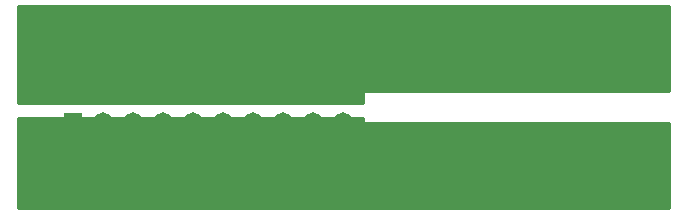
<source format=gbr>
%TF.GenerationSoftware,KiCad,Pcbnew,(5.1.6)-1*%
%TF.CreationDate,2021-12-15T21:30:18+00:00*%
%TF.ProjectId,elegoo_mars_heater,656c6567-6f6f-45f6-9d61-72735f686561,rev?*%
%TF.SameCoordinates,Original*%
%TF.FileFunction,Copper,L1,Top*%
%TF.FilePolarity,Positive*%
%FSLAX46Y46*%
G04 Gerber Fmt 4.6, Leading zero omitted, Abs format (unit mm)*
G04 Created by KiCad (PCBNEW (5.1.6)-1) date 2021-12-15 21:30:18*
%MOMM*%
%LPD*%
G01*
G04 APERTURE LIST*
%TA.AperFunction,ComponentPad*%
%ADD10C,6.000000*%
%TD*%
%TA.AperFunction,ComponentPad*%
%ADD11C,1.650000*%
%TD*%
%TA.AperFunction,ComponentPad*%
%ADD12R,1.650000X1.650000*%
%TD*%
%TA.AperFunction,Conductor*%
%ADD13C,0.254000*%
%TD*%
G04 APERTURE END LIST*
D10*
%TO.P,J4,2*%
%TO.N,Net-(J3-Pad2)*%
X189776000Y-69654000D03*
%TO.P,J4,1*%
%TO.N,Net-(J3-Pad1)*%
X189776000Y-79814000D03*
%TD*%
%TO.P,J3,2*%
%TO.N,Net-(J3-Pad2)*%
X178276000Y-69494000D03*
%TO.P,J3,1*%
%TO.N,Net-(J3-Pad1)*%
X178276000Y-79654000D03*
%TD*%
D11*
%TO.P,J5,20*%
%TO.N,Net-(J3-Pad2)*%
X166976000Y-73614000D03*
%TO.P,J5,19*%
%TO.N,Net-(J3-Pad1)*%
X166976000Y-76154000D03*
%TO.P,J5,18*%
%TO.N,Net-(J3-Pad2)*%
X164436000Y-73614000D03*
%TO.P,J5,17*%
%TO.N,Net-(J3-Pad1)*%
X164436000Y-76154000D03*
%TO.P,J5,16*%
%TO.N,Net-(J3-Pad2)*%
X161896000Y-73614000D03*
%TO.P,J5,15*%
%TO.N,Net-(J3-Pad1)*%
X161896000Y-76154000D03*
%TO.P,J5,14*%
%TO.N,Net-(J3-Pad2)*%
X159356000Y-73614000D03*
%TO.P,J5,13*%
%TO.N,Net-(J3-Pad1)*%
X159356000Y-76154000D03*
%TO.P,J5,12*%
%TO.N,Net-(J3-Pad2)*%
X156816000Y-73614000D03*
%TO.P,J5,11*%
%TO.N,Net-(J3-Pad1)*%
X156816000Y-76154000D03*
%TO.P,J5,10*%
%TO.N,Net-(J3-Pad2)*%
X154276000Y-73614000D03*
%TO.P,J5,9*%
%TO.N,Net-(J3-Pad1)*%
X154276000Y-76154000D03*
%TO.P,J5,8*%
%TO.N,Net-(J3-Pad2)*%
X151736000Y-73614000D03*
%TO.P,J5,7*%
%TO.N,Net-(J3-Pad1)*%
X151736000Y-76154000D03*
%TO.P,J5,6*%
%TO.N,Net-(J3-Pad2)*%
X149196000Y-73614000D03*
%TO.P,J5,5*%
%TO.N,Net-(J3-Pad1)*%
X149196000Y-76154000D03*
%TO.P,J5,4*%
%TO.N,Net-(J3-Pad2)*%
X146656000Y-73614000D03*
%TO.P,J5,3*%
%TO.N,Net-(J3-Pad1)*%
X146656000Y-76154000D03*
%TO.P,J5,2*%
%TO.N,Net-(J3-Pad2)*%
X144116000Y-73614000D03*
D12*
%TO.P,J5,1*%
%TO.N,Net-(J3-Pad1)*%
X144116000Y-76154000D03*
%TD*%
D13*
%TO.N,Net-(J3-Pad2)*%
G36*
X194591000Y-73527000D02*
G01*
X168776000Y-73527000D01*
X168751224Y-73529440D01*
X168727399Y-73536667D01*
X168705443Y-73548403D01*
X168686197Y-73564197D01*
X168670403Y-73583443D01*
X168658667Y-73605399D01*
X168651440Y-73629224D01*
X168649000Y-73654000D01*
X168649000Y-74527000D01*
X139461000Y-74527000D01*
X139461000Y-66339000D01*
X194591000Y-66339000D01*
X194591000Y-73527000D01*
G37*
X194591000Y-73527000D02*
X168776000Y-73527000D01*
X168751224Y-73529440D01*
X168727399Y-73536667D01*
X168705443Y-73548403D01*
X168686197Y-73564197D01*
X168670403Y-73583443D01*
X168658667Y-73605399D01*
X168651440Y-73629224D01*
X168649000Y-73654000D01*
X168649000Y-74527000D01*
X139461000Y-74527000D01*
X139461000Y-66339000D01*
X194591000Y-66339000D01*
X194591000Y-73527000D01*
%TO.N,Net-(J3-Pad1)*%
G36*
X168649000Y-76154000D02*
G01*
X168651440Y-76178776D01*
X168658667Y-76202601D01*
X168670403Y-76224557D01*
X168686197Y-76243803D01*
X168705443Y-76259597D01*
X168727399Y-76271333D01*
X168751224Y-76278560D01*
X168776000Y-76281000D01*
X194591001Y-76281000D01*
X194591001Y-83469000D01*
X139461000Y-83469000D01*
X139461000Y-75781000D01*
X168649000Y-75781000D01*
X168649000Y-76154000D01*
G37*
X168649000Y-76154000D02*
X168651440Y-76178776D01*
X168658667Y-76202601D01*
X168670403Y-76224557D01*
X168686197Y-76243803D01*
X168705443Y-76259597D01*
X168727399Y-76271333D01*
X168751224Y-76278560D01*
X168776000Y-76281000D01*
X194591001Y-76281000D01*
X194591001Y-83469000D01*
X139461000Y-83469000D01*
X139461000Y-75781000D01*
X168649000Y-75781000D01*
X168649000Y-76154000D01*
%TD*%
M02*

</source>
